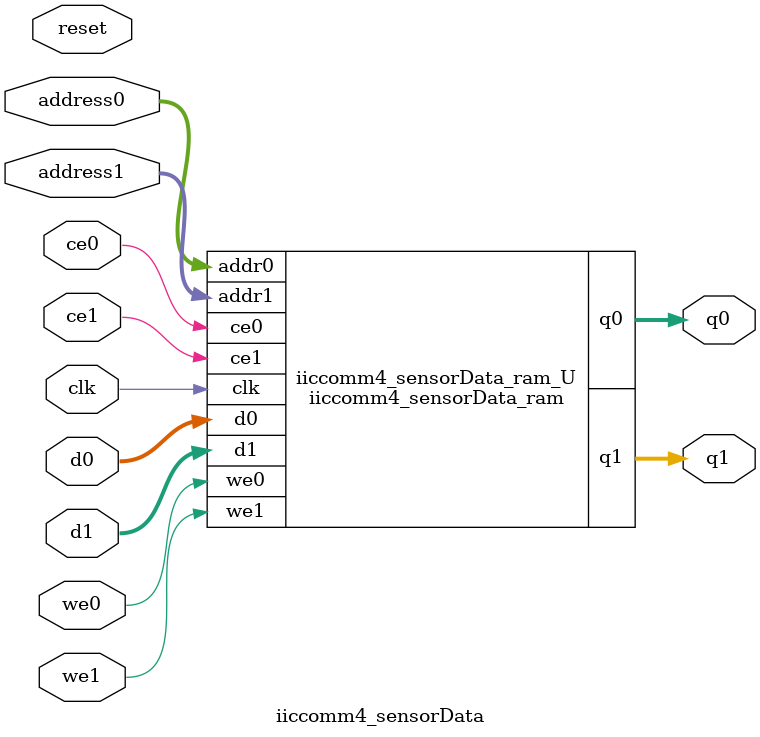
<source format=v>

`timescale 1 ns / 1 ps
module iiccomm4_sensorData_ram (addr0, ce0, d0, we0, q0, addr1, ce1, d1, we1, q1,  clk);

parameter DWIDTH = 32;
parameter AWIDTH = 3;
parameter MEM_SIZE = 6;

input[AWIDTH-1:0] addr0;
input ce0;
input[DWIDTH-1:0] d0;
input we0;
output reg[DWIDTH-1:0] q0;
input[AWIDTH-1:0] addr1;
input ce1;
input[DWIDTH-1:0] d1;
input we1;
output reg[DWIDTH-1:0] q1;
input clk;

(* ram_style = "block" *)reg [DWIDTH-1:0] ram[0:MEM_SIZE-1];




always @(posedge clk)  
begin 
    if (ce0) 
    begin
        if (we0) 
        begin 
            ram[addr0] <= d0; 
            q0 <= d0;
        end 
        else 
            q0 <= ram[addr0];
    end
end


always @(posedge clk)  
begin 
    if (ce1) 
    begin
        if (we1) 
        begin 
            ram[addr1] <= d1; 
            q1 <= d1;
        end 
        else 
            q1 <= ram[addr1];
    end
end


endmodule


`timescale 1 ns / 1 ps
module iiccomm4_sensorData(
    reset,
    clk,
    address0,
    ce0,
    we0,
    d0,
    q0,
    address1,
    ce1,
    we1,
    d1,
    q1);

parameter DataWidth = 32'd32;
parameter AddressRange = 32'd6;
parameter AddressWidth = 32'd3;
input reset;
input clk;
input[AddressWidth - 1:0] address0;
input ce0;
input we0;
input[DataWidth - 1:0] d0;
output[DataWidth - 1:0] q0;
input[AddressWidth - 1:0] address1;
input ce1;
input we1;
input[DataWidth - 1:0] d1;
output[DataWidth - 1:0] q1;



iiccomm4_sensorData_ram iiccomm4_sensorData_ram_U(
    .clk( clk ),
    .addr0( address0 ),
    .ce0( ce0 ),
    .d0( d0 ),
    .we0( we0 ),
    .q0( q0 ),
    .addr1( address1 ),
    .ce1( ce1 ),
    .d1( d1 ),
    .we1( we1 ),
    .q1( q1 ));

endmodule


</source>
